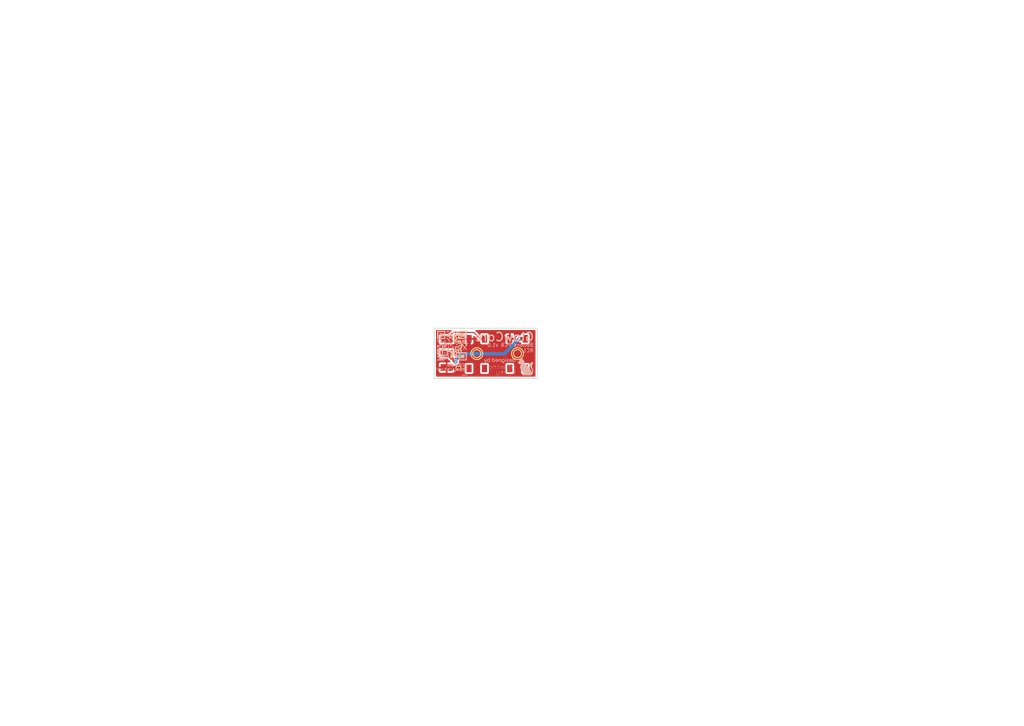
<source format=kicad_pcb>
(kicad_pcb (version 20211014) (generator pcbnew)
  (layers (0 "F.Cu" signal) (31 "B.Cu" signal) (34 "B.Paste" user) (35 "F.Paste" user) (36 "B.SilkS" user "B.Silkscreen") (37 "F.SilkS" user "F.Silkscreen") (38 "B.Mask" user) (39 "F.Mask" user) (44 "Edge.Cuts" user))
  (net 0 "")
  (net 1 "GND")
  (net 4 "BUTTON1")
  (net 5 "BUTTON2")
  (footprint "footprint:Solder pad" (layer "F.Cu") (at 129.44 101.5419 90)
    (fp_text reference "P2" hide)
    (fp_text value "Solder_Pad")
    (pad "1" smd rect (at -0.0762 0.0508 90) (size 2 3.5) (layers "F.Cu" "F.Mask") (net 5 "BUTTON2"))
  )
  (footprint "footprint:Solder pad" (layer "F.Cu") (at 129.44 97.41 90)
    (fp_text reference "P1" hide)
    (fp_text value "Solder_Pad")
    (pad "1" smd rect (at -0.0762 0.0508 90) (size 2 3.5) (layers "F.Cu" "F.Mask") (net 4 "BUTTON1"))
  )
  (footprint "footprint:KEY-SMD_4P-L6.0-W6.0-P4.50-LS8.6" (layer "F.Cu") (at 138.24 101.69 -90)
    (fp_text reference "SW1" hide)
    (fp_text value "TS-1102S-C-A-B")
    (pad "1" smd rect (at -4.3 -2.250013 270) (size 2.2 1.5) (layers "F.Cu" "F.Paste" "F.Mask") (net 4 "BUTTON1"))
    (pad "2" smd rect (at 4.3 -2.250013 270) (size 2.2 1.5) (layers "F.Cu" "F.Paste" "F.Mask"))
    (pad "3" smd rect (at -4.3 2.250114 270) (size 2.2 1.5) (layers "F.Cu" "F.Paste" "F.Mask") (net 1 "GND"))
    (pad "4" smd rect (at 4.3 2.250114 270) (size 2.2 1.5) (layers "F.Cu" "F.Paste" "F.Mask"))
  )
  (footprint "footprint:Solder pad" (layer "F.Cu") (at 129.5416 105.8262 -90)
    (fp_text reference "P3" hide)
    (fp_text value "Solder_Pad")
    (pad "1" smd rect (at -0.0762 0.0508 270) (size 2 3.5) (layers "F.Cu" "F.Mask") (net 1 "GND"))
  )
  (footprint "footprint:KEY-SMD_4P-L6.0-W6.0-P4.50-LS8.6" (layer "F.Cu") (at 150.06 101.69 -90)
    (fp_text reference "SW2" hide)
    (fp_text value "TS-1102S-C-A-B")
    (pad "1" smd rect (at -4.3 -2.250013 270) (size 2.2 1.5) (layers "F.Cu" "F.Paste" "F.Mask") (net 5 "BUTTON2"))
    (pad "2" smd rect (at 4.3 -2.250013 270) (size 2.2 1.5) (layers "F.Cu" "F.Paste" "F.Mask"))
    (pad "3" smd rect (at -4.3 2.250114 270) (size 2.2 1.5) (layers "F.Cu" "F.Paste" "F.Mask") (net 1 "GND"))
    (pad "4" smd rect (at 4.3 2.250114 270) (size 2.2 1.5) (layers "F.Cu" "F.Paste" "F.Mask"))
  )
  (footprint "LOGO" (layer "B.Cu") (at 131.04 99.38 180)
    (fp_text reference "qrcode" hide)
    (fp_text value "LOGO" hide)
  )
  (footprint "LOGO" (layer "B.Cu") (at 147.390338 105.453217 180)
    (fp_text reference "designedby" hide)
    (fp_text value "LOGO" hide)
  )
  (gr_rect (start 125.89 94.33) (end 155.77 108.87) (layer "Edge.Cuts") (width 0.2) (fill none))
  (gr_text "GlowCore" (at 155.05 96.84) (layer "B.SilkS") (effects (font (size 2.5 2.5) (thickness 0.4)) (justify left mirror)))
  (gr_text "Buttons PCB v1.0 \nRC1" (at 154.76 99.98) (layer "B.SilkS") (effects (font (size 1 1)) (justify left mirror)))
  (gr_text "PCB files:\nhttps://bit.ly/\n...." (at 135.54 106.28) (layer "B.SilkS") (effects (font (size 0.8 0.8)) (justify left mirror)))
  (gr_text "G" (at 132.86 105.78 270) (layer "F.SilkS") (effects (font (size 1.5 1.5) (thickness 0.2))))
  (gr_text "B2" (at 132.86 101.71 270) (layer "F.SilkS") (effects (font (size 1.5 1.5) (thickness 0.2))))
  (gr_text "B1" (at 132.86 97.5 270) (layer "F.SilkS") (effects (font (size 1.5 1.5) (thickness 0.2))))
  (segment (start 135.989886 101.280114) (end 135.855 101.415) (width 0.35) (layer "F.Cu") (net 1))
  (segment (start 147.809886 97.39) (end 147.809886 98.840114) (width 1) (layer "F.Cu") (net 1))
  (segment (start 135.855 101.415) (end 135.855 102.495) (width 1) (layer "F.Cu") (net 1))
  (segment (start 135.855 102.495) (end 132.6 105.75) (width 1) (layer "F.Cu") (net 1))
  (segment (start 147.809886 98.840114) (end 145.235 101.415) (width 1) (layer "F.Cu") (net 1))
  (segment (start 132.6 105.75) (end 129.4908 105.75) (width 1) (layer "F.Cu") (net 1))
  (segment (start 135.989886 97.39) (end 135.989886 101.280114) (width 1) (layer "F.Cu") (net 1))
  (segment (start 145.235 101.415) (end 135.855 101.415) (width 1) (layer "F.Cu") (net 1))
  (segment (start 131.437 95.54) (end 137.39 95.54) (width 0.3) (layer "F.Cu") (net 4))
  (segment (start 139.24 97.39) (end 140.490013 97.39) (width 0.3) (layer "F.Cu") (net 4))
  (segment (start 130 96.977) (end 129.4908 97.4862) (width 0.35) (layer "F.Cu") (net 4))
  (segment (start 130 96.977) (end 131.437 95.54) (width 0.3) (layer "F.Cu") (net 4))
  (segment (start 137.39 95.54) (end 139.24 97.39) (width 0.3) (layer "F.Cu") (net 4))
  (segment (start 152.290013 97.37) (end 152.310013 97.39) (width 1) (layer "F.Cu") (net 5))
  (segment (start 132.12 104.11) (end 129.6281 101.6181) (width 1) (layer "F.Cu") (net 5))
  (segment (start 150.61 97.37) (end 152.290013 97.37) (width 1) (layer "F.Cu") (net 5))
  (segment (start 129.6281 101.6181) (end 129.4908 101.6181) (width 1) (layer "F.Cu") (net 5))
  (via (at 150.61 97.37) (size 0.8) (drill 0.4) (layers "F.Cu" "B.Cu") (net 5))
  (via (at 132.12 104.11) (size 0.8) (drill 0.4) (layers "F.Cu" "B.Cu") (net 5))
  (segment (start 146.26 101.72) (end 150.61 97.37) (width 1) (layer "B.Cu") (net 5))
  (segment (start 132.12 103.45) (end 133.85 101.72) (width 1) (layer "B.Cu") (net 5))
  (segment (start 132.12 104.11) (end 132.12 103.45) (width 1) (layer "B.Cu") (net 5))
  (segment (start 133.85 101.72) (end 146.26 101.72) (width 1) (layer "B.Cu") (net 5))
  (zone (net 1) (net_name "GND") (layers F&B.Cu) (connect_pads (clearance 0.508)) (min_thickness 0.254) (fill yes (thermal_gap 0.508) (thermal_bridge_width 0.508))
    (polygon (pts (xy 296.96 209.66) (xy -0.05 209.66) (xy -0.05 -0.88) (xy 296.96 -0.88)))
  )
)
</source>
